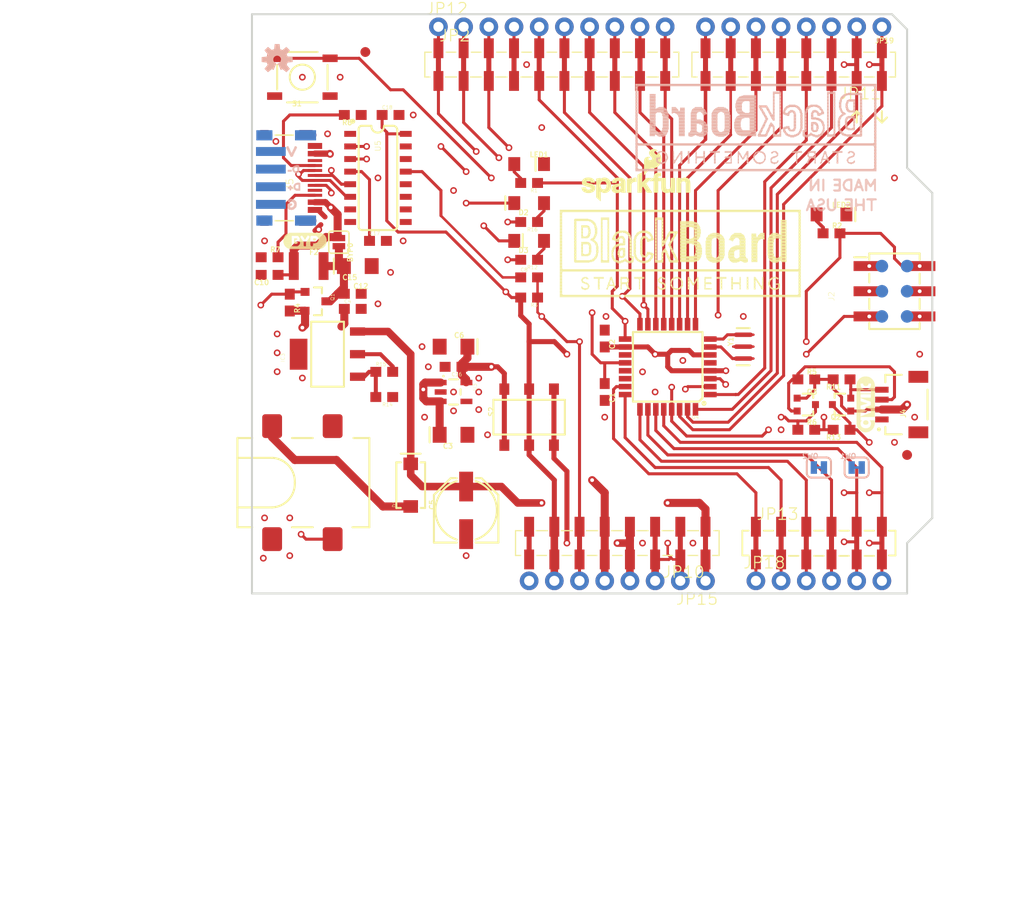
<source format=kicad_pcb>
(kicad_pcb (version 20211014) (generator pcbnew)
  (layers (0 "F.Cu" signal) (1 "In1.Cu" signal) (2 "In2.Cu" signal) (31 "B.Cu" signal) (34 "B.Paste" user) (35 "F.Paste" user) (36 "B.SilkS" user "B.Silkscreen") (37 "F.SilkS" user "F.Silkscreen") (38 "B.Mask" user) (39 "F.Mask" user) (44 "Edge.Cuts" user))
  (net 0 "")
  (net 1 "RX-I")
  (net 2 "TX-O")
  (net 3 "D2")
  (net 4 "D3")
  (net 5 "D4")
  (net 6 "D5")
  (net 7 "D6")
  (net 8 "D7")
  (net 9 "A0")
  (net 10 "A1")
  (net 11 "A2")
  (net 12 "A3")
  (net 13 "A4/SDA")
  (net 14 "A5/SCL")
  (net 15 "D8")
  (net 16 "D9")
  (net 17 "D10")
  (net 18 "MOSI")
  (net 19 "MISO")
  (net 20 "SCK")
  (net 21 "5V")
  (net 22 "GND")
  (net 23 "AREF")
  (net 24 "3.3V")
  (net 25 "VIN")
  (net 26 "N$2")
  (net 27 "PWRIN")
  (net 28 "USBVCC")
  (net 29 "VUSB")
  (net 30 "N$1")
  (net 31 "N$15")
  (net 32 "N$3")
  (net 33 "N$4")
  (net 34 "INSERT")
  (net 35 "LV_SCL")
  (net 36 "~{DTR}")
  (net 37 "N$5")
  (net 38 "N$9")
  (net 39 "VCC")
  (net 40 "SHLD")
  (net 41 "LV_SDA")
  (net 42 "D-")
  (net 43 "D+")
  (net 44 "N$6")
  (net 45 "CC2")
  (net 46 "CC1")
  (net 47 "N$7")
  (net 48 "N$45")
  (net 49 "~{RESET}")
  (footprint "boardEagle:SOT23-3" (layer "F.Cu") (at 120.5611 104.7496 -90)
    (fp_text reference "Q1")
    (fp_text value "1.1A/60V/600mΩ")
  )
  (footprint "boardEagle:SFE_LOGO_NAME_.1" (layer "F.Cu") (at 152.9461 93.1926)
    (fp_text reference "JP1" hide)
    (fp_text value "SFE_LOGO_NAME.1_INCH" hide)
  )
  (footprint "boardEagle:1210" (layer "F.Cu") (at 119.9261 101.1936)
    (fp_text reference "F2")
    (fp_text value "6V/2A" hide)
  )
  (footprint "boardEagle:PANASONIC_D" (layer "F.Cu") (at 135.8011 125.8316 90)
    (fp_text reference "C5")
    (fp_text value "47uF")
  )
  (footprint "boardEagle:0603" (layer "F.Cu") (at 149.7711 108.5036 -90)
    (fp_text reference "C2")
    (fp_text value "0.1uF")
  )
  (footprint "boardEagle:TQFP32-08" (layer "F.Cu") (at 156.1211 111.3536 180)
    (fp_text reference "U4")
    (fp_text value "ATMEGA328P_TQFP")
  )
  (footprint "boardEagle:0603" (layer "F.Cu") (at 149.7711 113.8936 -90)
    (fp_text reference "C1")
    (fp_text value "0.1uF")
  )
  (footprint "boardEagle:0603" (layer "F.Cu") (at 127.5461 111.8616)
    (fp_text reference "R15")
    (fp_text value "240")
  )
  (footprint "boardEagle:0603" (layer "F.Cu") (at 134.5311 111.3536 180)
    (fp_text reference "C16")
    (fp_text value "1.0uF")
  )
  (footprint "boardEagle:0603" (layer "F.Cu") (at 128.1811 85.9536)
    (fp_text reference "C18")
    (fp_text value "0.1uF")
  )
  (footprint "boardEagle:1X08_SMD_COMBINED@1" (layer "F.Cu") (at 177.7111 80.8736 180)
    (fp_text reference "JP11")
    (fp_text value "JP11")
  )
  (footprint "boardEagle:0603" (layer "F.Cu") (at 124.3711 103.9876)
    (fp_text reference "C12")
    (fp_text value "0.1uF" hide)
  )
  (footprint "boardEagle:STAND-OFF" (layer "F.Cu") (at 129.4511 80.8736)
    (fp_text reference "JP6" hide)
    (fp_text value "STAND-OFF" hide)
  )
  (footprint "boardEagle:0603" (layer "F.Cu") (at 115.9891 100.3046)
    (fp_text reference "R7")
    (fp_text value "5.1k")
  )
  (footprint "boardEagle:LED-1206" (layer "F.Cu") (at 142.1511 94.8436 180)
    (fp_text reference "D2")
    (fp_text value "GREEN")
  )
  (footprint "boardEagle:STAND-OFF" (layer "F.Cu") (at 180.2511 96.1136)
    (fp_text reference "JP5" hide)
    (fp_text value "STAND-OFF" hide)
  )
  (footprint "boardEagle:1X10_NO_SILK" (layer "F.Cu") (at 133.0071 77.0636)
    (fp_text reference "JP12")
    (fp_text value "M10NO_SILK")
  )
  (footprint "boardEagle:0603" (layer "F.Cu") (at 170.0911 112.6236)
    (fp_text reference "R5")
    (fp_text value "2.2k")
  )
  (footprint "boardEagle:1X10_SMD_COMBINED" (layer "F.Cu") (at 133.0071 80.8736)
    (fp_text reference "JP2")
    (fp_text value "M10SMD_COMBO")
  )
  (footprint "boardEagle:LED-1206-HIDDENSILK" (layer "F.Cu") (at 142.1511 90.9066)
    (fp_text reference "LED1")
    (fp_text value "Blue")
  )
  (footprint "boardEagle:FIDUCIAL-1X2" (layer "F.Cu") (at 180.2511 120.2436)
    (fp_text reference "JP8" hide)
    (fp_text value "FIDUCIAL1X2" hide)
  )
  (footprint "boardEagle:1X08_NO_SILK" (layer "F.Cu") (at 177.7111 77.0636 180)
    (fp_text reference "JP19")
    (fp_text value "")
  )
  (footprint "boardEagle:TACTILE_SWITCH_SMD_5.2MM" (layer "F.Cu") (at 119.2911 82.1436 180)
    (fp_text reference "S1")
    (fp_text value "Tall Switch")
  )
  (footprint "boardEagle:EIA3216" (layer "F.Cu") (at 124.8791 101.1936 180)
    (fp_text reference "C15")
    (fp_text value "10uF" hide)
  )
  (footprint "boardEagle:0603" (layer "F.Cu") (at 126.9111 98.6536)
    (fp_text reference "C17")
    (fp_text value "10nF")
  )
  (footprint "boardEagle:STAND-OFF" (layer "F.Cu") (at 128.1811 129.1336)
    (fp_text reference "JP3" hide)
    (fp_text value "STAND-OFF" hide)
  )
  (footprint "boardEagle:EIA3216" (layer "F.Cu") (at 134.5311 109.3216)
    (fp_text reference "C6")
    (fp_text value "10uF" hide)
  )
  (footprint "boardEagle:0603" (layer "F.Cu") (at 142.1511 104.3686 180)
    (fp_text reference "R3")
    (fp_text value "10k")
  )
  (footprint "boardEagle:LED-1206-HIDDENSILK" (layer "F.Cu") (at 142.1511 98.6536 180)
    (fp_text reference "D3")
    (fp_text value "YELLOW")
  )
  (footprint "boardEagle:FIDUCIAL-1X2" (layer "F.Cu") (at 125.6411 79.6036)
    (fp_text reference "JP9" hide)
    (fp_text value "FIDUCIAL1X2" hide)
  )
  (footprint "boardEagle:SOT323" (layer "F.Cu") (at 173.6471 115.1636 90)
    (fp_text reference "Q2")
    (fp_text value "310mA/60V/1.6Ω" hide)
  )
  (footprint "boardEagle:SOT323" (layer "F.Cu") (at 170.0911 115.1636 -90)
    (fp_text reference "Q3")
    (fp_text value "310mA/60V/1.6Ω")
  )
  (footprint "boardEagle:2X3_SMT_POSTS" (layer "F.Cu") (at 178.9811 103.7336 -90)
    (fp_text reference "J2")
    (fp_text value "ISP")
  )
  (footprint "boardEagle:BLACKBOARDLOGO#PNG" (layer "F.Cu") (at 157.3911 99.9236)
    (fp_text reference "U$1" hide)
    (fp_text value "" hide)
  )
  (footprint "boardEagle:STAND-OFF" (layer "F.Cu") (at 180.2511 124.0536)
    (fp_text reference "JP4" hide)
    (fp_text value "STAND-OFF" hide)
  )
  (footprint "boardEagle:1X08_NO_SILK@1" (layer "F.Cu") (at 159.9311 132.9436 180)
    (fp_text reference "JP15")
    (fp_text value "")
  )
  (footprint "boardEagle:0603" (layer "F.Cu") (at 124.3711 105.5116)
    (fp_text reference "C4")
    (fp_text value "0.1uF")
  )
  (footprint "boardEagle:SWITCH_DPDT_SMD_AYZ0202" (layer "F.Cu") (at 142.1511 116.4336)
    (fp_text reference "S2")
    (fp_text value "")
  )
  (footprint "boardEagle:BYP0" (layer "F.Cu") (at 117.2591 98.6536)
    (fp_text reference "U$68" hide)
    (fp_text value "" hide)
  )
  (footprint "boardEagle:0603" (layer "F.Cu") (at 115.9891 102.0826 180)
    (fp_text reference "C10")
    (fp_text value "0.1uF")
  )
  (footprint "boardEagle:0603" (layer "F.Cu") (at 124.3711 85.9536 180)
    (fp_text reference "R8")
    (fp_text value "5.1k")
  )
  (footprint "boardEagle:SOT23-5" (layer "F.Cu") (at 134.5311 113.8936 -90)
    (fp_text reference "U3")
    (fp_text value "AP2112-3.3V")
  )
  (footprint "boardEagle:0603" (layer "F.Cu") (at 142.1511 96.7486 180)
    (fp_text reference "R16")
    (fp_text value "4.7k")
  )
  (footprint "boardEagle:SMA-DIODE" (layer "F.Cu") (at 130.2131 123.2916 90)
    (fp_text reference "D1")
    (fp_text value "1A/40V/500mV")
  )
  (footprint "boardEagle:QWIIC_COPYRIGHT_SMALL" (layer "F.Cu") (at 176.0601 115.1636 90)
    (fp_text reference "U$9" hide)
    (fp_text value "" hide)
  )
  (footprint "boardEagle:SOT223-ALT1" (layer "F.Cu") (at 121.8311 110.0836 90)
    (fp_text reference "IC3")
    (fp_text value "LM1117")
  )
  (footprint "boardEagle:SO016" (layer "F.Cu") (at 126.9111 92.3036 -90)
    (fp_text reference "U5")
    (fp_text value "CH340C")
  )
  (footprint "boardEagle:EIA3216" (layer "F.Cu") (at 134.5311 118.2116 180)
    (fp_text reference "C3")
    (fp_text value "10uF")
  )
  (footprint "boardEagle:0603" (layer "F.Cu") (at 173.6471 112.6236 180)
    (fp_text reference "R11")
    (fp_text value "2.2k" hide)
  )
  (footprint "boardEagle:1X06_SMD_STRAIGHT_COMBO" (layer "F.Cu") (at 165.0111 129.1336)
    (fp_text reference "JP13")
    (fp_text value "")
  )
  (footprint "boardEagle:RESONATOR-SMD-3.2X1.3" (layer "F.Cu") (at 163.7411 109.3216 90)
    (fp_text reference "Y1")
    (fp_text value "16MHz")
  )
  (footprint "boardEagle:0603" (layer "F.Cu") (at 142.1511 100.5586 180)
    (fp_text reference "R12")
    (fp_text value "4.7k")
  )
  (footprint "boardEagle:0603" (layer "F.Cu") (at 127.5461 114.4016 180)
    (fp_text reference "R14")
    (fp_text value "715")
  )
  (footprint "boardEagle:USB-C-16P" (layer "F.Cu") (at 120.5611 92.3036 -90)
    (fp_text reference "J5")
    (fp_text value "USB C")
  )
  (footprint "boardEagle:0603" (layer "F.Cu") (at 142.1511 102.3366)
    (fp_text reference "C8")
    (fp_text value "0.1uF")
  )
  (footprint "boardEagle:LED-1206" (layer "F.Cu") (at 172.6311 95.9866)
    (fp_text reference "LED2")
    (fp_text value "GREEN")
  )
  (footprint "boardEagle:JST04_1MM_RA" (layer "F.Cu") (at 177.7111 115.1636 90)
    (fp_text reference "J4")
    (fp_text value "QWIIC_RIGHT_ANGLE")
  )
  (footprint "boardEagle:1X08_SMD_COMBINED@1" (layer "F.Cu") (at 159.9311 129.1336 180)
    (fp_text reference "JP10")
    (fp_text value "")
  )
  (footprint "boardEagle:CREATIVE_COMMONS" (layer "F.Cu") (at 109.1311 167.2336)
    (fp_text reference "FRAME1" hide)
    (fp_text value "FRAME-LEDGER" hide)
  )
  (footprint "boardEagle:SFE_LOGO_FLAME_.1" (layer "F.Cu") (at 154.5971 90.6526)
    (fp_text reference "JP7" hide)
    (fp_text value "SFE_LOGO_FLAME.1_INCH" hide)
  )
  (footprint "boardEagle:1X06_NO_SILK@1" (layer "F.Cu") (at 165.0111 132.9436)
    (fp_text reference "JP18")
    (fp_text value "")
  )
  (footprint "boardEagle:SMT-JUMPER_2_NO_SILK" (layer "F.Cu") (at 122.9741 98.7806 -90)
    (fp_text reference "BYP0")
    (fp_text value "JUMPER-SMT_2_NO_SILK")
  )
  (footprint "boardEagle:POWER_JACK_SMD_OVERPASTE_SUPER_BOMB_DIGITY" (layer "F.Cu") (at 116.2431 123.0376)
    (fp_text reference "J3" hide)
    (fp_text value "POWER_JACKSUPER_BOMB_DIGITY" hide)
  )
  (footprint "boardEagle:0603" (layer "F.Cu") (at 173.6471 117.7036 180)
    (fp_text reference "R13")
    (fp_text value "2.2k" hide)
  )
  (footprint "boardEagle:0603" (layer "F.Cu") (at 142.1511 92.8116 180)
    (fp_text reference "R1")
    (fp_text value "4.7k")
  )
  (footprint "boardEagle:0603" (layer "F.Cu") (at 170.0911 117.7036)
    (fp_text reference "R6")
    (fp_text value "2.2k")
  )
  (footprint "boardEagle:0603" (layer "F.Cu") (at 172.6311 97.8916)
    (fp_text reference "R2")
    (fp_text value "10k" hide)
  )
  (footprint "boardEagle:0603" (layer "F.Cu") (at 118.0211 104.8766 -90)
    (fp_text reference "R4")
    (fp_text value "10k")
  )
  (footprint "boardEagle:SMT-JUMPER_2_NC_TRACE_SILK" (layer "B.Cu") (at 171.3611 121.5136 180)
    (fp_text reference "QW2")
    (fp_text value "JUMPER-SMT_2_NC_TRACE_SILK")
  )
  (footprint "boardEagle:MADEINUSA#PNG" (layer "B.Cu") (at 173.6471 94.0816 180)
    (fp_text reference "U$4" hide)
    (fp_text value "" hide)
  )
  (footprint "boardEagle:SMT-JUMPER_2_NC_TRACE_SILK" (layer "B.Cu") (at 175.1711 121.5136 180)
    (fp_text reference "QW1")
    (fp_text value "JUMPER-SMT_2_NC_TRACE_SILK")
  )
  (footprint "boardEagle:USB-SOLDER-PADS" (layer "B.Cu") (at 116.1161 92.3036 180)
    (fp_text reference "JP14" hide)
    (fp_text value "USB_SOLDER_PADS" hide)
  )
  (footprint "boardEagle:G1" (layer "B.Cu") (at 119.6721 94.9706 180)
    (fp_text reference "U$11" hide)
    (fp_text value "" hide)
  )
  (footprint "boardEagle:D#4" (layer "B.Cu") (at 119.6721 91.4146 180)
    (fp_text reference "U$10" hide)
    (fp_text value "" hide)
  )
  (footprint "boardEagle:PAD.03X.05" (layer "B.Cu") (at 180.2511 103.7336 180)
    (fp_text reference "TP2" hide)
    (fp_text value "TP-3x5" hide)
  )
  (footprint "boardEagle:D#3" (layer "B.Cu") (at 119.7991 93.1926 180)
    (fp_text reference "U$2" hide)
    (fp_text value "" hide)
  )
  (footprint "boardEagle:PAD.03X.05" (layer "B.Cu") (at 180.2511 101.1936 180)
    (fp_text reference "TP1" hide)
    (fp_text value "TP-3x5" hide)
  )
  (footprint "boardEagle:PAD.03X.05" (layer "B.Cu") (at 177.7111 106.2736 180)
    (fp_text reference "TP6" hide)
    (fp_text value "TP-3x5" hide)
  )
  (footprint "boardEagle:PAD.03X.05" (layer "B.Cu") (at 177.7111 101.1936 180)
    (fp_text reference "TP4" hide)
    (fp_text value "TP-3x5" hide)
  )
  (footprint "boardEagle:PAD.03X.05" (layer "B.Cu") (at 180.2511 106.2736 180)
    (fp_text reference "TP3" hide)
    (fp_text value "TP-3x5" hide)
  )
  (footprint "boardEagle:PAD.03X.05" (layer "B.Cu") (at 177.7111 103.7336 180)
    (fp_text reference "TP5" hide)
    (fp_text value "TP-3x5" hide)
  )
  (footprint "boardEagle:V0" (layer "B.Cu") (at 119.6721 89.6366 180)
    (fp_text reference "U$12" hide)
    (fp_text value "" hide)
  )
  (footprint "boardEagle:BLACKBOARDLOGO#PNG" (layer "B.Cu") (at 165.0111 87.2236 180)
    (fp_text reference "U$3" hide)
    (fp_text value "" hide)
  )
  (footprint "boardEagle:OSHW-LOGO-S" (layer "B.Cu") (at 116.7511 80.3656 180)
    (fp_text reference "U$16" hide)
    (fp_text value "OSHW-LOGOS" hide)
  )
  (gr_line (start 175.1711 85.5726) (end 174.6631 86.0806) (layer "F.SilkS") (width 0.2032))
  (gr_line (start 177.7111 86.7156) (end 178.2191 86.2076) (layer "F.SilkS") (width 0.2032))
  (gr_line (start 177.2031 86.2076) (end 177.7111 86.7156) (layer "F.SilkS") (width 0.2032))
  (gr_line (start 177.7111 85.5726) (end 177.7111 86.7156) (layer "F.SilkS") (width 0.2032))
  (gr_line (start 175.6791 86.0806) (end 175.1711 85.5726) (layer "F.SilkS") (width 0.2032))
  (gr_line (start 175.1711 86.7156) (end 175.1711 85.5726) (layer "F.SilkS") (width 0.2032))
  (gr_line (start 182.7911 93.8276) (end 182.7911 126.5936) (layer "Edge.Cuts") (width 0.2032))
  (gr_line (start 182.7911 126.5936) (end 180.2511 129.1336) (layer "Edge.Cuts") (width 0.2032))
  (gr_line (start 180.2511 91.2876) (end 182.7911 93.8276) (layer "Edge.Cuts") (width 0.2032))
  (gr_line (start 180.2511 134.2136) (end 114.2111 134.2136) (layer "Edge.Cuts") (width 0.2032))
  (gr_line (start 180.2511 129.1336) (end 180.2511 134.2136) (layer "Edge.Cuts") (width 0.2032))
  (gr_line (start 178.7271 75.7936) (end 180.2511 77.3176) (layer "Edge.Cuts") (width 0.2032))
  (gr_line (start 180.2511 77.3176) (end 180.2511 91.2876) (layer "Edge.Cuts") (width 0.2032))
  (gr_line (start 114.2111 134.2136) (end 114.2111 75.7936) (layer "Edge.Cuts") (width 0.2032))
  (gr_line (start 114.2111 75.7936) (end 178.7271 75.7936) (layer "Edge.Cuts") (width 0.2032))
  (segment (start 137.5791 97.1296) (end 139.1031 98.6536) (width 0.3048) (layer "F.Cu") (net 1))
  (segment (start 177.7111 82.5236) (end 177.7111 85.0646) (width 0.3048) (layer "F.Cu") (net 1))
  (segment (start 124.1111 89.1286) (end 125.7681 89.1286) (width 0.3048) (layer "F.Cu") (net 1))
  (segment (start 167.8051 94.9706) (end 177.7111 85.0646) (width 0.3048) (layer "F.Cu") (net 1))
  (segment (start 177.7111 79.2236) (end 177.7111 77.0636) (width 0.3048) (layer "F.Cu") (net 1))
  (segment (start 158.6611 117.7036) (end 162.3441 117.7036) (width 0.3048) (layer "F.Cu") (net 1))
  (segment (start 162.3441 117.7036) (end 167.8051 112.2426) (width 0.3048) (layer "F.Cu") (net 1))
  (segment (start 139.1031 98.6536) (end 140.6511 98.6536) (width 0.3048) (layer "F.Cu") (net 1))
  (segment (start 177.7111 82.5236) (end 177.7111 82.1436) (width 0.3048) (layer "F.Cu") (net 1))
  (segment (start 157.3211 116.3636) (end 158.6611 117.7036) (width 0.3048) (layer "F.Cu") (net 1))
  (segment (start 157.3211 115.6462) (end 157.3211 116.3636) (width 0.3048) (layer "F.Cu") (net 1))
  (segment (start 177.7111 79.2236) (end 177.7111 82.1436) (width 0.254) (layer "F.Cu") (net 1))
  (segment (start 177.7111 82.1436) (end 177.7111 80.8736) (width 0.3048) (layer "F.Cu") (net 1))
  (segment (start 176.4411 80.8736) (end 177.7111 80.8736) (width 0.3048) (layer "F.Cu") (net 1))
  (segment (start 133.2611 89.1286) (end 135.8011 91.6686) (width 0.3048) (layer "F.Cu") (net 1))
  (segment (start 167.8051 112.2426) (end 167.8051 94.9706) (width 0.3048) (layer "F.Cu") (net 1))
  (via blind (at 137.5791 97.1296) (size 0.6858) (drill 0.381) (layers "F.Cu" "In1.Cu") (net 1))
  (via blind (at 133.2611 89.1286) (size 0.6858) (drill 0.381) (layers "F.Cu" "In1.Cu") (net 1))
  (via blind (at 135.8011 91.6686) (size 0.6858) (drill 0.381) (layers "F.Cu" "In1.Cu") (net 1))
  (via blind (at 176.4411 80.8736) (size 0.6858) (drill 0.381) (layers "F.Cu" "In1.Cu") (net 1))
  (via blind (at 125.7681 89.1286) (size 0.6858) (drill 0.381) (layers "F.Cu" "In1.Cu") (net 1))
  (segment (start 158.1211 116.4016) (end 158.6611 116.9416) (width 0.3048) (layer "F.Cu") (net 2))
  (segment (start 175.1711 79.2236) (end 175.1711 77.0636) (width 0.3048) (layer "F.Cu") (net 2))
  (segment (start 173.9011 80.8736) (end 175.1711 80.8736) (width 0.3048) (layer "F.Cu") (net 2))
  (segment (start 135.8011 94.8436) (end 140.6511 94.8436) (width 0.3048) (layer "F.Cu") (net 2))
  (segment (start 167.1701 93.9546) (end 175.1711 85.9536) (width 0.3048) (layer "F.Cu") (net 2))
  (segment (start 162.2171 116.9416) (end 167.1701 111.9886) (width 0.3048) (layer "F.Cu") (net 2))
  (segment (start 175.1711 79.2236) (end 175.1711 82.5236) (width 0.254) (layer "F.Cu") (net 2))
  (segment (start 158.1211 115.6462) (end 158.1211 116.4016) (width 0.3048) (layer "F.Cu") (net 2))
  (segment (start 175.1711 79.2236) (end 175.1711 80.8736) (width 0.3048) (layer "F.Cu") (net 2))
  (segment (start 167.1701 111.9886) (end 167.1701 93.9546) (width 0.3048) (layer "F.Cu") (net 2))
  (segment (start 124.1111 90.3986) (end 125.7681 90.3986) (width 0.3048) (layer "F.Cu") (net 2))
  (segment (start 158.6611 116.9416) (end 162.2171 116.9416) (width 0.3048) (layer "F.Cu") (net 2))
  (segment (start 175.1711 82.5236) (end 175.1711 85.9536) (width 0.3048) (layer "F.Cu") (net 2))
  (via blind (at 125.7681 90.3986) (size 0.6858) (drill 0.381) (layers "F.Cu" "In1.Cu") (net 2))
  (via blind (at 135.8011 94.8436) (size 0.6858) (drill 0.381) (layers "F.Cu" "In1.Cu") (net 2))
  (via blind (at 173.9011 80.8736) (size 0.6858) (drill 0.381) (layers "F.Cu" "In1.Cu") (net 2))
  (segment (start 158.9211 115.6462) (end 162.6235 115.6462) (width 0.3048) (layer "F.Cu") (net 3))
  (segment (start 162.6235 115.6462) (end 166.5351 111.7346) (width 0.3048) (layer "F.Cu") (net 3))
  (segment (start 172.6311 87.2236) (end 172.6311 82.5236) (width 0.3048) (layer "F.Cu") (net 3))
  (segment (start 166.5351 111.7346) (end 166.5351 93.3196) (width 0.3048) (layer "F.Cu") (net 3))
  (segment (start 166.5351 93.3196) (end 172.6311 87.2236) (width 0.3048) (layer "F.Cu") (net 3))
  (segment (start 172.6311 79.2236) (end 172.6311 82.5236) (width 0.254) (layer "F.Cu") (net 3))
  (segment (start 172.6311 79.2236) (end 172.6311 77.0636) (width 0.3048) (layer "F.Cu") (net 3))
  (segment (start 165.9001 111.4806) (end 165.9001 92.6846) (width 0.3048) (layer "F.Cu") (net 4))
  (segment (start 162.9731 114.1536) (end 162.9791 114.1476) (width 0.3048) (layer "F.Cu") (net 4))
  (segment (start 163.2331 114.1476) (end 165.9001 111.4806) (width 0.3048) (layer "F.Cu") (net 4))
  (segment (start 165.9001 92.6846) (end 170.0911 88.4936) (width 0.3048) (layer "F.Cu") (net 4))
  (segment (start 162.9791 114.1476) (end 163.2331 114.1476) (width 0.3048) (layer "F.Cu") (net 4))
  (segment (start 170.0911 82.5236) (end 170.0911 83.4136) (width 0.254) (layer "F.Cu") (net 4))
  (segment (start 170.0911 83.4136) (end 170.0911 88.4936) (width 0.3048) (layer "F.Cu") (net 4))
  (segment (start 170.0911 79.2236) (end 170.0911 82.1436) (width 0.254) (layer "F.Cu") (net 4))
  (segment (start 170.0911 82.1436) (end 170.0911 83.4136) (width 0.3048) (layer "F.Cu") (net 4))
  (segment (start 160.4137 114.1536) (end 162.9731 114.1536) (width 0.3048) (layer "F.Cu") (net 4))
  (segment (start 170.0911 79.2236) (end 170.0911 77.0636) (width 0.3048) (layer "F.Cu") (net 4))
  (segment (start 167.5511 87.2236) (end 167.5511 82.5236) (width 0.3048) (layer "F.Cu") (net 5))
  (segment (start 167.5511 79.2236) (end 167.5511 77.0636) (width 0.3048) (layer "F.Cu") (net 5))
  (segment (start 160.4137 113.3536) (end 158.1531 113.3536) (width 0.3048) (layer "F.Cu") (net 5))
  (segment (start 161.2011 106.1466) (end 161.2011 93.5736) (width 0.3048) (layer "F.Cu") (net 5))
  (segment (start 167.5511 79.2236) (end 167.5511 82.5236) (width 0.254) (layer "F.Cu") (net 5))
  (segment (start 161.2011 93.5736) (end 167.5511 87.2236) (width 0.3048) (layer "F.Cu") (net 5))
  (segment (start 158.1531 113.3536) (end 157.8991 113.6076) (width 0.3048) (layer "F.Cu") (net 5))
  (via blind (at 161.2011 106.1466) (size 0.6858) (drill 0.381) (layers "F.Cu" "In1.Cu") (net 5))
  (via blind (at 157.8991 113.6076) (size 0.6858) (drill 0.381) (layers "F.Cu" "In1.Cu") (net 5))
  (segment (start 165.0111 79.2236) (end 165.0111 82.5236) (width 0.254) (layer "F.Cu") (net 6))
  (segment (start 158.9211 93.5736) (end 165.0111 87.4836) (width 0.3048) (layer "F.Cu") (net 6))
  (segment (start 165.0111 79.2236) (end 165.0111 77.0636) (width 0.3048) (layer "F.Cu") (net 6))
  (segment (start 165.0111 87.4836) (end 165.0111 82.5236) (width 0.3048) (layer "F.Cu") (net 6))
  (segment (start 158.9211 107.061) (end 158.9211 93.5736) (width 0.3048) (layer "F.Cu") (net 6))
  (segment (start 158.1211 107.061) (end 158.1211 92.3036) (width 0.3048) (layer "F.Cu") (net 7))
  (segment (start 162.4711 79.2236) (end 162.4711 77.0636) (width 0.3048) (layer "F.Cu") (net 7))
  (segment (start 158.1211 92.3036) (end 162.4711 87.9536) (width 0.3048) (layer "F.Cu") (net 7))
  (segment (start 162.4711 87.9536) (end 162.4711 82.5236) (width 0.254) (layer "F.Cu") (net 7))
  (segment (start 162.4711 79.2236) (end 162.4711 82.5236) (width 0.254) (layer "F.Cu") (net 7))
  (segment (start 159.9311 82.1436) (end 159.9311 88.4236) (width 0.3556) (layer "F.Cu") (net 8))
  (segment (start 157.3211 91.0336) (end 159.9311 88.4236) (width 0.3048) (layer "F.Cu") (net 8))
  (segment (start 159.9311 79.2236) (end 159.9311 82.1436) (width 0.254) (layer "F.Cu") (net 8))
  (segment (start 157.3211 107.061) (end 157.3211 91.0336) (width 0.3048) (layer "F.Cu") (net 8))
  (segment (start 159.9311 82.5236) (end 159.9311 82.1436) (width 0.254) (layer "F.Cu") (net 8))
  (segment (start 159.9311 79.2236) (end 159.9311 77.0636) (width 0.3048) (layer "F.Cu") (net 8))
  (segment (start 150.9461 113.3536) (end 150.6601 113.6396) (width 0.3048) (layer "F.Cu") (net 9))
  (segment (start 154.2161 122.1486) (end 150.6601 118.5926) (width 0.3048) (layer "F.Cu") (net 9))
  (segment (start 165.0111 124.0536) (end 165.0111 130.7836) (width 0.3048) (layer "F.Cu") (net 9))
  (segment (start 163.1061 122.1486) (end 165.0111 124.0536) (width 0.3048) (layer "F.Cu") (net 9))
  (segment (start 151.8285 113.3536) (end 150.9461 113.3536) (width 0.3048) (layer "F.Cu") (net 9))
  (segment (start 150.6601 113.6396) (end 150.6601 118.5926) (width 0.3048) (layer "F.Cu") (net 9))
  (segment (start 165.0111 130.7836) (end 165.0111 132.9436) (width 0.3048) (layer "F.Cu") (net 9))
  (segment (start 154.2161 122.1486) (end 163.1061 122.1486) (width 0.3048) (layer "F.Cu") (net 9))
  (segment (start 165.0111 127.4836) (end 165.0111 130.7836) (width 0.254) (layer "F.Cu") (net 9))
  (segment (start 154.8511 121.5136) (end 166.2811 121.5136) (width 0.3048) (layer "F.Cu") (net 10))
  (segment (start 167.5511 130.7836) (end 167.5511 132.9436) (width 0.3048) (layer "F.Cu") (net 10))
  (segment (start 167.5511 127.4836) (end 167.5511 130.7836) (width 0.254) (layer "F.Cu") (net 10))
  (segment (start 167.5511 122.7836) (end 167.5511 127.4836) (width 0.3048) (layer "F.Cu") (net 10))
  (segment (start 151.8285 118.491) (end 151.8285 114.1536) (width 0.3048) (layer "F.Cu") (net 10))
  (segment (start 166.2811 121.5136) (end 167.5511 122.7836) (width 0.3048) (layer "F.Cu") (net 10))
  (segment (start 151.8285 118.491) (end 154.8511 121.5136) (width 0.3048) (layer "F.Cu") (net 10))
  (segment (start 168.1861 120.8786) (end 170.0911 122.7836) (width 0.3048) (layer "F.Cu") (net 11))
  (segment (start 170.0911 130.7836) (end 170.0911 132.9436) (width 0.3048) (layer "F.Cu") (net 11))
  (segment (start 170.0911 127.4836) (end 170.0911 130.4036) (width 0.254) (layer "F.Cu") (net 11))
  (segment (start 170.0911 130.4036) (end 170.0911 130.7836) (width 0.3048) (layer "F.Cu") (net 11))
  (segment (start 170.0911 122.7836) (end 170.0911 130.4036) (width 0.3048) (layer "F.Cu") (net 11))
  (segment (start 153.3211 118.7136) (end 153.3211 115.6462) (width 0.3048) (layer "F.Cu") (net 11))
  (segment (start 155.4861 120.8786) (end 168.1861 120.8786) (width 0.3048) (layer "F.Cu") (net 11))
  (segment (start 155.4861 120.8786) (end 153.3211 118.7136) (width 0.3048) (layer "F.Cu") (net 11))
  (segment (start 156.1211 120.2436) (end 170.0911 120.2436) (width 0.3048) (layer "F.Cu") (net 12))
  (segment (start 172.6311 122.7836) (end 172.6311 127.4836) (width 0.3048) (layer "F.Cu") (net 12))
  (segment (start 156.1211 120.2436) (end 154.1211 118.2436) (width 0.3048) (layer "F.Cu") (net 12))
  (segment (start 154.1211 118.2436) (end 154.1211 115.6462) (width 0.3048) (layer "F.Cu") (net 12))
  (segment (start 172.6311 127.4836) (end 172.6311 130.7836) (width 0.254) (layer "F.Cu") (net 12))
  (segment (start 172.6311 130.7836) (end 172.6311 132.9436) (width 0.3048) (layer "F.Cu") (net 12))
  (segment (start 170.0911 120.2436) (end 172.6311 122.7836) (width 0.3048) (layer "F.Cu") (net 12))
  (segment (start 173.2661 119.6086) (end 175.1711 121.5136) (width 0.3048) (layer "F.Cu") (net 13))
  (segment (start 135.5471 79.2236) (end 135.5471 82.5236) (width 0.254) (layer "F.Cu") (net 13))
  (segment (start 175.1711 130.7836) (end 175.1711 132.9436) (width 0.3048) (layer "F.Cu") (net 13))
  (segment (start 175.1711 127.4836) (end 175.1711 129.0066) (width 0.254) (layer "F.Cu") (net 13))
  (segment (start 154.9211 117.7736) (end 154.9211 115.6462) (width 0.3048) (layer "F.Cu") (net 13))
  (segment (start 173.9011 129.0066) (end 175.1711 129.0066) (width 0.3048) (layer "F.Cu") (net 13))
  (segment (start 175.1711 124.0536) (end 175.1711 129.0066) (width 0.3048) (layer "F.Cu") (net 13))
  (segment (start 135.5471 86.7156) (end 139.1031 90.2716) (width 0.3048) (layer "F.Cu") (net 13))
  (segment (start 156.7561 119.6086) (end 154.9211 117.7736) (width 0.3048) (layer "F.Cu") (net 13))
  (segment (start 173.9011 124.0536) (end 175.1711 124.0536) (width 0.3048) (layer "F.Cu") (net 13))
  (segment (start 135.5471 77.0636) (end 135.5471 79.2236) (width 0.3048) (layer "F.Cu") (net 13))
  (segment (start 175.1711 129.0066) (end 175.1711 130.7836) (width 0.3048) (layer "F.Cu") (net 13))
  (segment (start 175.1711 121.5136) (end 175.1711 124.0536) (width 0.3048) (layer "F.Cu") (net 13))
  (segment (start 135.5471 82.5236) (end 135.5471 86.7156) (width 0.3048) (layer "F.Cu") (net 13))
  (segment (start 156.7561 119.6086) (end 173.2661 119.6086) (width 0.3048) (layer "F.Cu") (net 13))
  (via blind (at 173.9011 129.0066) (size 0.6858) (drill 0.381) (layers "F.Cu" "In1.Cu") (net 13))
  (via blind (at 173.9011 124.0536) (size 0.6858) (drill 0.381) (layers "F.Cu" "In1.Cu") (net 13))
  (via blind (at 139.1031 90.2716) (size 0.6858) (drill 0.381) (layers "F.Cu" "In1.Cu") (net 13))
  (via blind (at 167.5511 117.7036) (size 0.6858) (drill 0.381) (layers "F.Cu" "In1.Cu") (net 13))
  (segment (start 157.3911 118.9736) (end 175.1711 118.9736) (width 0.3048) (layer "F.Cu") (net 14))
  (segment (start 133.0071 79.2236) (end 133.0071 79.6036) (width 0.254) (layer "F.Cu") (net 14))
  (segment (start 133.0071 77.0636) (end 133.0071 79.6036) (width 0.3048) (layer "F.Cu") (net 14))
  (segment (start 133.0071 85.8266) (end 136.8171 89.6366) (width 0.3048) (layer "F.Cu") (net 14))
  (segment (start 155.7211 117.3036) (end 157.3911 118.9736) (width 0.3048) (layer "F.Cu") (net 14))
  (segment (start 177.7111 124.0536) (end 177.7111 127.4836) (width 0.3048) (layer "F.Cu") (net 14))
  (segment (start 177.7111 130.7836) (end 177.7111 132.9436) (width 0.3048) (layer "F.Cu") (net 14))
  (segment (start 155.7211 117.3036) (end 155.7211 115.6462) (width 0.3048) (layer "F.Cu") (net 14))
  (segment (start 133.0071 82.5236) (end 133.0071 85.8266) (width 0.3048) (layer "F.Cu") (net 14))
  (segment (start 177.7111 129.1336) (end 177.7111 130.7836) (width 0.254) (layer "F.Cu") (net 14))
  (segment (start 176.4411 124.0536) (end 177.7111 124.0536) (width 0.3048) (layer "F.Cu") (net 14))
  (segment (start 176.4411 129.1336) (end 177.7111 129.1336) (width 0.3048) (layer "F.Cu") (net 14))
  (segment (start 175.1711 118.9736) (end 177.7111 121.5136) (width 0.3048) (layer "F.Cu") (net 14))
  (segment (start 177.7111 121.5136) (end 177.7111 124.0536) (width 0.3048) (layer "F.Cu") (net 14))
  (segment (start 133.0071 79.6036) (end 133.0071 82.5236) (width 0.254) (layer "F.Cu") (net 14))
  (segment (start 177.7111 129.1336) (end 177.7111 127.4836) (width 0.3048) (layer "F.Cu") (net 14))
  (via blind (at 176.4411 129.1336) (size 0.6858) (drill 0.381) (layers "F.Cu" "In1.Cu") (net 14))
  (via blind (at 176.4411 124.0536) (size 0.6858) (drill 0.381) (layers "F.Cu" "In1.Cu") (net 14))
  (via blind (at 136.8171 89.6366) (size 0.6858) (drill 0.381) (layers "F.Cu" "In1.Cu") (net 14))
  (segment (start 155.8671 85.6996) (end 155.8671 82.5236) (width 0.3048) (layer "F.Cu") (net 15))
  (segment (start 156.5211 107.061) (end 156.5211 86.3536) (width 0.3048) (layer "F.Cu") (net 15))
  (segment (start 156.5211 86.3536) (end 155.8671 85.6996) (width 0.3048) (layer "F.Cu") (net 15))
  (segment (start 155.8671 79.2236) (end 155.8671 77.0636) (width 0.3048) (layer "F.Cu") (net 15))
  (segment (start 155.8671 79.2236) (end 155.8671 82.5236) (width 0.254) (layer "F.Cu") (net 15))
  (segment (start 153.3271 79.2236) (end 153.3271 82.5236) (width 0.254) (layer "F.Cu") (net 16))
  (segment (start 155.7211 107.061) (end 155.7211 88.0936) (width 0.3048) (layer "F.Cu") (net 16))
  (segment (start 153.3271 79.2236) (end 153.3271 77.0636) (width 0.3048) (layer "F.Cu") (net 16))
  (segment (start 153.3271 82.5236) (end 153.3271 85.6996) (width 0.3048) (layer "F.Cu") (net 16))
  (segment (start 155.7211 88.0936) (end 153.3271 85.6996) (width 0.3048) (layer "F.Cu") (net 16))
  (segment (start 150.7871 82.5236) (end 150.7871 85.6996) (width 0.3048) (layer "F.Cu") (net 17))
  (segment (start 154.9211 107.061) (end 154.9211 89.8336) (width 0.3048) (layer "F.Cu") (net 17))
  (segment (start 154.9211 89.8336) (end 150.7871 85.6996) (width 0.3048) (layer "F.Cu") (net 17))
  (segment (start 150.7871 79.2236) (end 150.7871 82.5236) (width 0.254) (layer "F.Cu") (net 17))
  (segment (start 150.7871 79.2236) (end 150.7871 77.0636) (width 0.3048) (layer "F.Cu") (net 17))
  (segment (start 148.2471 79.2236) (end 148.2471 82.5236) (width 0.254) (layer "F.Cu") (net 18))
  (segment (start 148.2471 85.6996) (end 153.7081 91.1606) (width 0.3048) (layer "F.Cu") (net 18))
  (segment (start 154.1211 105.5436) (end 153.7081 105.1306) (width 0.3048) (layer "F.Cu") (net 18))
  (segment (start 148.2471 82.5236) (end 148.2471 85.6996) (width 0.3048) (layer "F.Cu") (net 18))
  (segment (start 148.2471 79.2236) (end 148.2471 77.0636) (width 0.3048) (layer "F.Cu") (net 18))
  (segment (start 154.1211 107.061) (end 154.1211 105.5436) (width 0.3048) (layer "F.Cu") (net 18))
  (segment (start 153.7081 105.1306) (end 153.7081 91.1606) (width 0.3048) (layer "F.Cu") (net 18))
  (via blind (at 153.7081 105.1306) (size 0.6858) (drill 0.381) (layers "F.Cu" "In1.Cu") (net 18))
  (via blind (at 181.5211 103.7336) (size 0.508) (drill 0.381) (layers "F.Cu" "In1.Cu") (net 18))
  (segment (start 145.7071 79.2236) (end 145.7071 77.0636) (width 0.3048) (layer "F.Cu") (net 19))
  (segment (start 145.7071 82.5236) (end 145.7071 85.6996) (width 0.3048) (layer "F.Cu") (net 19))
  (segment (start 153.3211 106.0136) (end 151.5491 104.2416) (width 0.3048) (layer "F.Cu") (net 19))
  (segment (start 145.7071 85.6996) (end 152.3111 92.3036) (width 0.3048) (layer "F.Cu") (net 19))
  (segment (start 145.7071 79.2236) (end 145.7071 82.5236) (width 0.254) (layer "F.Cu") (net 19))
  (segment (start 153.3211 107.061) (end 153.3211 106.0136) (width 0.3048) (layer "F.Cu") (net 19))
  (segment (start 152.3111 92.3036) (end 152.3111 103.4796) (width 0.3048) (layer "F.Cu") (net 19))
  (segment (start 152.3111 103.4796) (end 151.5491 104.2416) (width 0.3048) (layer "F.Cu") (net 19))
  (via blind (at 151.5491 104.2416) (size 0.6858) (drill 0.381) (layers "F.Cu" "In1.Cu") (net 19))
  (via blind (at 176.4411 101.1936) (size 0.508) (drill 0.381) (layers "F.Cu" "In1.Cu") (net 19))
  (segment (start 143.1671 84.4296) (end 151.0411 92.3036) (width 0.3048) (layer "F.Cu") (net 20))
  (segment (start 151.0411 103.2256) (end 150.5331 103.7336) (width 0.3048) (layer "F.Cu") (net 20))
  (segment (start 143.1671 82.5236) (end 143.1671 79.2236) (width 0.254) (layer "F.Cu") (net 20))
  (segment (start 150.5331 105.4608) (end 151.8285 106.7562) (width 0.3048) (layer "F.Cu") (net 20))
  (segment (start 150.5331 103.7336) (end 150.5331 105.4608) (width 0.3048) (layer "F.Cu") (net 20))
  (segment (start 151.8285 108.5536) (end 151.8285 106.7562) (width 0.3048) (layer "F.Cu") (net 20))
  (segment (start 143.1671 79.2236) (end 143.1671 77.0636) (width 0.3048) (layer "F.Cu") (net 20))
  (segment (start 143.1671 82.5236) (end 143.1671 84.4296) (width 0.3048) (layer "F.Cu") (net 20))
  (segment (start 143.0011 92.8116) (end 151.0411 92.8116) (width 0.3048) (layer "F.Cu") (net 20))
  (segment (start 151.0411 92.3036) (end 151.0411 92.8116) (width 0.3048) (layer "F.Cu") (net 20))
  (segment (start 151.0411 92.8116) (end 151.0411 103.2256) (width 0.3048) (layer "F.Cu") (net 20))
  (via blind (at 176.4411 103.7336) (size 0.508) (drill 0.381) (layers "F.Cu" "In1.Cu") (net 20))
  (via blind (at 151.8285 106.7562) (size 0.6858) (drill 0.381) (layers "F.Cu" "In1.Cu") (net 20))
  (segment (start 152.3111 130.7836) (end 152.3111 132.9436) (width 0.762) (layer "F.Cu") (net 21))
  (segment (start 131.4831 114.5286) (end 131.4831 113.6396) (width 0.8128) (layer "F.Cu") (net 21))
  (segment (start 119.5611 105.6996) (end 118.0481 105.6996) (width 0.8128) (layer "F.Cu") (net 21))
  (segment (start 152.3111 127.4836) (end 152.3111 129.6416) (width 0.3048) (layer "F.Cu") (net 21))
  (segment (start 123.5211 106.9966) (end 123.2281 107.2896) (width 0.8128) (layer "F.Cu") (net 21))
  (segment (start 133.1311 114.9435) (end 133.231 114.8436) (width 0.508) (layer "F.Cu") (net 21))
  (segment (start 128.3961 111.3146) (end 127.1651 110.0836) (width 0.4064) (layer "F.Cu") (net 21))
  (segment (start 133.231 112.9436) (end 131.6711 112.9436) (width 0.8128) (layer "F.Cu") (net 21))
  (segment (start 145.9611 129.1336) (end 145.9611 121.8946) (width 0.508) (layer "F.Cu") (net 21))
  (segment (start 151.0411 129.1336) (end 152.0571 129.1336) (width 0.762) (layer "F.Cu") (net 21))
  (segment (start 118.0481 105.6996) (end 118.0211 105.7266) (width 0.8128) (layer "F.Cu") (net 21))
  (segment (start 119.5611 105.6996) (end 119.5611 107.1346) (width 0.8128) (layer "F.Cu") (net 21))
  (segment (start 131.6711 112.9436) (end 131.4831 113.1316) (width 0.8128) (layer "F.Cu") (net 21))
  (segment (start 133.231 114.8436) (end 131.7981 114.8436) (width 0.8128) (layer "F.Cu") (net 21))
  (segment (start 144.6511 119.2586) (end 144.6511 113.6086) (width 0.508) (layer "F.Cu") (net 21))
  (segment (start 131.4831 113.1316) (end 131.4831 113.6396) (width 0.8128) (layer "F.Cu") (net 21))
  (segment (start 133.1311 118.2116) (end 133.1311 114.9435) (width 0.8128) (layer "F.Cu") (net 21))
  (segment (start 123.5211 105.5116) (end 123.5211 106.9966) (width 0.8128) (layer "F.Cu") (net 21))
  (segment (start 145.9611 121.8946) (end 144.6511 120.5846) (width 0.508) (layer "F.Cu") (net 21))
  (segment (start 127.1651 110.0836) (end 124.8511 110.0836) (width 0.4064) (layer "F.Cu") (net 21))
  (segment (start 152.0571 129.1336) (end 152.3111 128.8796) (width 0.762) (layer "F.Cu") (net 21))
  (segment (start 128.3961 111.8616) (end 128.3961 111.3146) (width 0.4064) (layer "F.Cu") (net 21))
  (segment (start 152.3111 128.8796) (end 152.3111 129.6416) (width 0.8128) (layer "F.Cu") (net 21))
  (segment (start 152.3111 129.6416) (end 152.3111 130.7836) (width 0.8128) (layer "F.Cu") (net 21))
  (segment (start 119.5611 107.1346) (end 119.2911 107.4046) (width 0.8128) (layer "F.Cu") (net 21))
  (segment (start 131.7981 114.8436) (end 131.4831 114.5286) (width 0.8128) (layer "F.Cu") (net 21))
  (segment (start 152.3111 127.4836) (end 152.3111 128.8796) (width 0.8128) (layer "F.Cu") (net 21))
  (segment (start 144.6511 120.5846) (end 144.6511 119.2586) (width 0.508) (layer "F.Cu") (net 21))
  (via blind (at 131.4831 113.6396) (size 0.6858) (drill 0.381) (layers "F.Cu" "In1.Cu") (net 21))
  (via blind (at 119.2911 112.4846) (size 0.6858) (drill 0.381) (layers "F.Cu" "In1.Cu") (net 21))
  (via blind (at 116.7511 108.0396) (size 0.6858) (drill 0.381) (layers "F.Cu" "In1.Cu") (net 21))
  (via blind (at 116.7511 109.9446) (size 0.6858) (drill 0.381) (layers "F.Cu" "In1.Cu") (net 21))
  (via blind (at 151.0411 129.1336) (size 0.6858) (drill 0.381) (layers "F.Cu" "In1.Cu") (net 21))
  (via blind (at 145.9611 129.1336) (size 0.6858) (drill 0.381) (layers "F.Cu" "In1.Cu") (net 21))
  (via blind (at 116.7511 111.8496) (size 0.6858) (drill 0.381) (layers "F.Cu" "In1.Cu") (net 21))
  (via blind (at 119.2911 107.4046) (size 0.6858) (drill 0.381) (layers "F.Cu" "In1.Cu") (net 21))
  (segment (start 161.3851 112.5536) (end 161.9631 113.1316) (width 0.3048) (layer "F.Cu") (net 22))
  (segment (start 121.1533 97.020088) (end 120.5611 97.612288) (width 0.508) (layer "F.Cu") (net 22))
  (segment (start 154.8511 130.7836) (end 154.8511 132.9436) (width 0.762) (layer "F.Cu") (net 22))
  (segment (start 156.1211 130.2766) (end 156.4386 130.5941) (width 0.254) (layer "F.Cu") (net 22))
  (segment (start 156.6281 130.7836) (end 157.3911 130.7836) (width 0.254) (layer "F.Cu") (net 22))
  (segment (start 156.1211 130.2766) (end 156.1211 129.1336) (width 0.254) (layer "F.Cu") (net 22))
  (segment (start 120.8651 95.5286) (end 121.5771 96.2406) (width 0.508) (layer "F.Cu") (net 22))
  (segment (start 154.8511 130.7836) (end 156.2491 130.7836) (width 0.3048) (layer "F.Cu") (net 22))
  (segment (start 140.6271 79.2236) (end 140.6271 77.0636) (width 0.3048) (layer "F.Cu") (net 22))
  (segment (start 156.4386 130.5941) (end 156.6281 130.7836) (width 0.254) (layer "F.Cu") (net 22))
  (segment (start 157.3911 130.7836) (end 157.3911 132.9436) (width 0.762) (layer "F.Cu") (net 22))
  (segment (start 160.4137 112.5536) (end 161.3851 112.5536) (width 0.3048) (layer "F.Cu") (net 22))
  (segment (start 156.2491 130.7836) (end 156.4386 130.5941) (width 0.3048) (layer "F.Cu") (net 22))
  (via blind (at 118.0211 130.4036) (size 0.6858) (drill 0.381) (layers "F.Cu" "In1.Cu") (net 22))
  (via blind (at 129.4511 98.6536) (size 0.6858) (drill 0.381) (layers "F.Cu" "In1.Cu") (net 22))
  (via blind (at 141.8971 80.8736) (size 0.6858) (drill 0.381) (layers "F.Cu" "In1.Cu") (net 22))
  (via blind (at 135.8011 130.4036) (size 0.6858) (drill 0.381) (layers "F.Cu" "In1.Cu") (net 22))
  (via blind (at 154.8511 113.8936) (size 0.6858) (drill 0.381) (layers "F.Cu" "In1.Cu") (net 22))
  (via blind (at 178.9811 118.9736) (size 0.6858) (drill 0.381) (layers "F.Cu" "In1.Cu") (net 22))
  (via blind (at 178.9811 92.3036) (size 0.6858) (drill 0.381) (layers "F.Cu" "In1.Cu") (net 22))
  (via blind (at 131.9911 111.3536) (size 0.6858) (drill 0.381) (layers "F.Cu" "In1.Cu") (net 22))
  (via blind (at 137.0711 112.4966) (size 0.6858) (drill 0.381) (layers "F.Cu" "In1.Cu") (net 22))
  (via blind (at 115.4811 126.5936) (size 0.6858) (drill 0.381) (layers "F.Cu" "In1.Cu") (net 22))
  (via blind (at 161.9631 113.1316) (size 0.6858) (drill 0.381) (layers "F.Cu" "In1.Cu") (net 22))
  (via blind (at 158.6611 129.1336) (size 0.6858) (drill 0.381) (layers "F.Cu" "In1.Cu") (net 22))
  (via blind (at 121.8311 87.8586) (size 0.6858) (drill 0.381) (layers "F.Cu" "In1.Cu") (net 22))
  (via blind (at 153.5811 129.1336) (size 0.6858) (drill 0.381) (layers "F.Cu" "In1.Cu") (net 22))
  (via blind (at 143.4211 87.2236) (size 0.6858) (drill 0.381) (layers "F.Cu" "In1.Cu") (net 22))
  (via blind (at 123.1011 82.1436) (size 0.6858) (drill 0.381) (layers "F.Cu" "In1.Cu") (net 22))
  (via blind (at 130.4671 85.9536) (size 0.6858) (drill 0.381) (layers "F.Cu" "In1.Cu") (net 22))
  (via blind (at 131.3561 109.3216) (size 0.6858) (drill 0.381) (layers "F.Cu" "In1.Cu") (net 22))
  (via blind (at 157.6451 110.7186) (size 0.6858) (drill 0.381) (layers "F.Cu" "In1.Cu") (net 22))
  (via blind (at 163.7411 106.2736) (size 0.6858) (drill 0.381) (layers "F.Cu" "In1.Cu") (net 22))
  (via blind (at 137.0711 115.6716) (size 0.6858) (drill 0.381) (layers "F.Cu" "In1.Cu") (net 22))
  (via blind (at 115.4811 98.6536) (size 0.6858) (drill 0.381) (layers "F.Cu" "In1.Cu") (net 22))
  (via blind (at 181.5211 110.0836) (size 0.6858) (drill 0.381) (layers "F.Cu" "In1.Cu") (net 22))
  (via blind (at 153.5811 111.8616) (size 0.6858) (drill 0.381) (layers "F.Cu" "In1.Cu") (net 22))
  (via blind (at 119.2911 82.1436) (size 0.6858) (drill 0.381) (layers "F.Cu" "In1.Cu") (net 22))
  (via blind (at 149.7711 116.4336) (size 0.6858) (drill 0.381) (layers "F.Cu" "In1.Cu") (net 22))
  (via blind (at 156.1211 129.1336) (size 0.6858) (drill 0.381) (layers "F.Cu" "In1.Cu") (net 22))
  (via blind (at 134.5311 115.7986) (size 0.6858) (drill 0.381) (layers "F.Cu" "In1.Cu") (net 22))
  (via blind (at 120.9421 97.5106) (size 0.6858) (drill 0.381) (layers "F.Cu" "In1.Cu") (net 22))
  (via blind (at 181.5211 106.2736) (size 0.508) (drill 0.381) (layers "F.Cu" "In1.Cu") (net 22))
  (via blind (at 115.3541 130.6576) (size 0.6858) (drill 0.381) (layers "F.Cu" "In1.Cu") (net 22))
  (via blind (at 134.5311 93.5736) (size 0.6858) (drill 0.381) (layers "F.Cu" "In1.Cu") (net 22))
  (via blind (at 134.5311 113.8936) (size 0.6858) (drill 0.381) (layers "F.Cu" "In1.Cu") (net 22))
  (via blind (at 126.9111 105.0036) (size 0.6858) (drill 0.381) (layers "F.Cu" "In1.Cu") (net 22))
  (via blind (at 128.1811 101.8286) (size 0.6858) (drill 0.381) (layers "F.Cu" "In1.Cu") (net 22))
  (via blind (at 137.0711 113.8936) (size 0.6858) (drill 0.381) (layers "F.Cu" "In1.Cu") (net 22))
  (via blind (at 149.8981 106.2736) (size 0.6858) (drill 0.381) (layers "F.Cu" "In1.Cu") (net 22))
  (via blind (at 131.6101 116.4336) (size 0.6858) (drill 0.381) (layers "F.Cu" "In1.Cu") (net 22))
  (via blind (at 118.0211 126.5936) (size 0.6858) (drill 0.381) (layers "F.Cu" "In1.Cu") (net 22))
  (via blind (at 137.9601 118.2116) (size 0.6858) (drill 0.381) (layers "F.Cu" "In1.Cu") (net 22))
  (via blind (at 181.0131 116.4336) (size 0.6858) (drill 0.381) (layers "F.Cu" "In1.Cu") (net 22))
  (via blind (at 126.9111 92.3036) (size 0.6858) (drill 0.381) (layers "F.Cu" "In1.Cu") (net 22))
  (segment (start 149.7711 113.0436) (end 149.7711 110.9536) (width 0.3048) (layer "F.Cu") (net 23))
  (segment (start 138.0871 82.5236) (end 138.0871 87.2236) (width 0.3048) (layer "F.Cu") (net 23))
  (segment (start 149.3711 110.9536) (end 149.7711 110.9536) (width 0.3048) (layer "F.Cu") (net 23))
  (segment (start 148.5011 110.0836) (end 149.3711 110.9536) (width 0.3048) (layer "F.Cu") (net 23))
  (segment (start 138.0871 87.2236) (end 140.1191 89.2556) (width 0.3048) (layer "F.Cu") (net 23))
  (segment (start 138.0871 79.2236) (end 138.0871 82.5236) (width 0.254) (layer "F.Cu") (net 23))
  (segment (start 149.7711 110.9536) (end 151.8285 110.9536) (width 0.3048) (layer "F.Cu") (net 23))
  (segment (start 138.0871 79.2236) (end 138.0871 77.0636) (width 0.3048) (layer "F.Cu") (net 23))
  (segment (start 148.5011 110.0836) (end 148.5011 105.8926) (width 0.3048) (layer "F.Cu") (net 23))
  (via blind (at 140.1191 89.2556) (size 0.6858) (drill 0.381) (layers "F.Cu" "In1.Cu") (net 23))
  (via blind (at 148.5011 105.8926) (size 0.6858) (drill 0.381) (layers "F.Cu" "In1.Cu") (net 23))
  (segment (start 170.9411 112.6236) (end 170.9411 113.6786) (width 0.3048) (layer "F.Cu") (net 24))
  (segment (start 149.7711 127.4836) (end 149.7711 130.7836) (width 0.254) (layer "F.Cu") (net 24))
  (segment (start 177.7111 115.6636) (end 176.1951 115.6636) (width 0.3048) (layer "F.Cu") (net 24))
  (segment (start 173.6471 115.2906) (end 173.6471 114.4016) (width 0.3048) (layer "F.Cu") (net 24))
  (segment (start 170.9411 112.6236) (end 172.7971 112.6236) (width 0.3048) (layer "F.Cu") (net 24))
  (segment (start 177.7111 115.6636) (end 179.7511 115.6636) (width 0.8128) (layer "F.Cu") (net 24))
  (segment (start 179.7511 115.6636) (end 180.2511 115.1636) (width 0.8128) (layer "F.Cu") (net 24))
  (segment (start 173.6471 114.4016) (end 172.7971 113.5516) (width 0.3048) (layer "F.Cu") (net 24))
  (segment (start 138.3411 111.3536) (end 138.9761 111.3536) (width 0.508) (layer "F.Cu") (net 24))
  (segment (start 149.7711 130.7836) (end 149.7711 132.9436) (width 0.762) (layer "F.Cu") (net 24))
  (segment (start 149.7711 130.7836) (end 149.7711 124.0536) (width 0.8128) (layer "F.Cu") (net 24))
  (segment (start 172.7971 112.6236) (end 172.7971 113.5516) (width 0.3048) (layer "F.Cu") (net 24))
  (segment (start 169.1661 114.5136) (end 170.1061 114.5136) (width 0.3048) (layer "F.Cu") (net 24))
  (segment (start 174.1701 115.8136) (end 173.6471 115.2906) (width 0.3048) (layer "F.Cu") (net 24))
  (segment (start 170.1061 114.5136) (end 170.9411 113.6786) (width 0.3048) (layer "F.Cu") (net 24))
  (segment (start 139.6511 112.0286) (end 139.6511 113.6086) (width 0.508) (layer "F.Cu") (net 24))
  (segment (start 176.1951 115.6636) (end 176.0451 115.8136) (width 0.3048) (layer "F.Cu") (net 24))
  (segment (start 135.3811 111.3536) (end 135.3811 112.2036) (width 0.8128) (layer "F.Cu") (net 24))
  (segment (start 135.9311 110.4616) (end 135.3811 111.0116) (width 0.8128) (layer "F.Cu") (net 24))
  (segment (start 135.8011 112.9135) (end 135.8312 112.9436) (width 0.508) (layer "F.Cu") (net 24))
  (segment (start 138.9761 111.3536) (end 139.6511 112.0286) (width 0.508) (layer "F.Cu") (net 24))
  (segment (start 174.5721 115.8136) (end 174.1701 115.8136) (width 0.3048) (layer "F.Cu") (net 24))
  (segment (start 135.9311 109.3216) (end 135.9311 110.4616) (width 0.8128) (layer "F.Cu") (net 24))
  (segment (start 174.5721 115.8136) (end 176.0451 115.8136) (width 0.3048) (layer "F.Cu") (net 24))
  (segment (start 139.6511 113.6086) (end 139.6511 119.2586) (width 0.508) (layer "F.Cu") (net 24))
  (segment (start 135.3811 111.3536) (end 138.3411 111.3536) (width 0.8128) (layer "F.Cu") (net 24))
  (segment (start 135.8011 112.6236) (end 135.8011 112.9135) (width 0.8128) (layer "F.Cu") (net 24))
  (segment (start 135.3811 112.2036) (end 135.8011 112.6236) (width 0.8128) (layer "F.Cu") (net 24))
  (segment (start 148.5011 122.7836) (end 149.7711 124.0536) (width 0.8128) (layer "F.Cu") (net 24))
  (segment (start 135.3811 111.3536) (end 135.3811 111.0116) (width 0.8128) (layer "F.Cu") (net 24))
  (via blind (at 180.2511 115.1636) (size 0.6858) (drill 0.381) (layers "F.Cu" "In1.Cu") (net 24))
  (via blind (at 148.5011 122.7836) (size 0.6858) (drill 0.381) (layers "F.Cu" "In1.Cu") (net 24))
  (via blind (at 138.3411 111.3536) (size 0.6858) (drill 0.381) (layers "F.Cu" "In1.Cu") (net 24))
  (segment (start 131.3691 123.4316) (end 130.2131 122.2756) (width 0.762) (layer "F.Cu") (net 25))
  (segment (start 143.4081 125.0826) (end 141.0031 125.0826) (width 0.762) (layer "F.Cu") (net 25))
  (segment (start 139.3521 123.4316) (end 141.0031 125.0826) (width 0.762) (layer "F.Cu") (net 25))
  (segment (start 130.2131 122.2756) (end 130.2131 121.1416) (width 0.762) (layer "F.Cu") (net 25))
  (segment (start 159.9311 130.7836) (end 159.9311 127.4836) (width 0.3048) (layer "F.Cu") (net 25))
  (segment (start 159.9311 125.7046) (end 159.9311 127.4836) (width 0.8128) (layer "F.Cu") (net 25))
  (segment (start 135.8011 123.4316) (end 131.3691 123.4316) (width 0.762) (layer "F.Cu") (net 25))
  (segment (start 135.8011 123.4316) (end 139.3521 123.4316) (width 0.762) (layer "F.Cu") (net 25))
  (segment (start 159.3091 125.0826) (end 159.9311 125.7046) (width 0.8128) (layer "F.Cu") (net 25))
  (segment (start 130.2131 121.1416) (end 130.2131 110.0786) (width 0.762) (layer "F.Cu") (net 25))
  (segment (start 159.3091 125.0826) (end 156.1081 125.0826) (width 0.8128) (layer "F.Cu") (net 25))
  (segment (start 159.9311 130.7836) (end 159.9311 132.9436) (width 0.762) (layer "F.Cu") (net 25))
  (segment (start 124.8511 107.7951) (end 127.9296 107.7951) (width 0.762) (layer "F.Cu") (net 25))
  (segment (start 130.2131 110.0786) (end 127.9296 107.7951) (width 0.762) (layer "F.Cu") (net 25))
  (via blind (at 143.4081 125.0826) (size 0.6858) (drill 0.381) (layers "F.Cu" "In1.Cu") (net 25))
  (via blind (at 156.1081 125.0826) (size 0.6858) (drill 0.381) (layers "F.Cu" "In1.Cu") (net 25))
  (segment (start 171.7811 97.8916) (end 171.7811 97.2956) (width 0.3556) (layer "F.Cu") (net 26))
  (segment (start 171.1311 95.9866) (end 171.1311 96.6456) (width 0.3556) (layer "F.Cu") (net 26))
  (segment (start 171.1311 96.6456) (end 171.7811 97.2956) (width 0.3556) (layer "F.Cu") (net 26))
  (segment (start 116.2431 117.3376) (end 116.2431 118.4656) (width 0.8128) (layer "F.Cu") (net 27))
  (segment (start 122.7201 120.7516) (end 118.5291 120.7516) (width 0.8128) (layer "F.Cu") (net 27))
  (segment (start 130.2131 125.4416) (end 127.4101 125.4416) (width 0.8128) (layer "F.Cu") (net 27))
  (segment (start 116.2431 118.4656) (end 118.5291 120.7516) (width 0.8128) (layer "F.Cu") (net 27))
  (segment (start 127.4101 125.4416) (end 122.7201 120.7516) (width 0.8128) (layer "F.Cu") (net 27))
  (segment (start 123.4791 101.1936) (end 123.4791 103.3556) (width 0.8128) (layer "F.Cu") (net 28))
  (segment (start 122.0851 104.7496) (end 122.8471 103.9876) (width 0.8128) (layer "F.Cu") (net 28))
  (segment (start 122.9741 99.187) (end 122.9741 99.3902) (width 0.254) (layer "F.Cu") (net 28))
  (segment (start 121.4261 101.1936) (end 123.4791 101.1936) (width 0.8128) (layer "F.Cu") (net 28))
  (segment (start 121.6611 104.7496) (end 122.0851 104.7496) (width 0.8128) (layer "F.Cu") (net 28))
  (segment (start 123.4791 103.3556) (end 122.8471 103.9876) (width 0.8128) (layer "F.Cu") (net 28))
  (segment (start 122.8471 103.9876) (end 123.5211 103.9876) (width 0.8128) (layer "F.Cu") (net 28))
  (segment (start 123.4791 101.1936) (end 122.9741 100.6886) (width 0.8128) (layer "F.Cu") (net 28))
  (segment (start 122.9741 99.3902) (end 122.9741 100.6886) (width 0.8128) (layer "F.Cu") (net 28))
  (segment (start 120.815225 99.1282) (end 121.670825 98.2726) (width 0.8128) (layer "F.Cu") (net 29))
  (segment (start 122.9741 98.2726) (end 121.670825 98.2726) (width 0.8128) (layer "F.Cu") (net 29))
  (segment (start 118.4261 99.5186) (end 118.8165 99.1282) (width 0.8128) (layer "F.Cu") (net 29))
  (segment (start 120.5611 94.7536) (end 121.6141 94.7536) (width 0.635) (layer "F.Cu") (net 29))
  (segment (start 120.5611 89.8536) (end 122.0481 89.8536) (width 0.635) (layer "F.Cu") (net 29))
  (segment (start 118.1481 101.4716) (end 118.4261 101.1936) (width 0.3048) (layer "F.Cu") (net 29))
  (segment (start 122.9741 98.3742) (end 122.8471 98.2472) (width 0.254) (layer "F.Cu") (net 29))
  (segment (start 122.9741 98.3742) (end 122.9741 98.2726) (width 0.254) (layer "F.Cu") (net 29))
  (segment (start 121.6141 94.7536) (end 122.1486 95.2881) (width 0.635) (layer "F.Cu") (net 29))
  (segment (start 122.0481 89.8536) (end 122.0851 89.8906) (width 0.762) (layer "F.Cu") (net 29))
  (segment (start 118.8165 99.1282) (end 120.815225 99.1282) (width 0.8128) (layer "F.Cu") (net 29))
  (segment (start 118.1481 102.0826) (end 118.1481 101.4716) (width 0.3048) (layer "F.Cu") (net 29))
  (segment (start 116.8391 102.0826) (end 118.1481 102.0826) (width 0.3048) (layer "F.Cu") (net 29))
  (segment (start 122.8471 98.2472) (end 122.8471 95.9866) (width 0.8128) (layer "F.Cu") (net 29))
  (segment (start 122.8471 95.9866) (end 122.1486 95.2881) (width 0.8128) (layer "F.Cu") (net 29))
  (segment (start 118.4261 101.1936) (end 118.4261 99.5186) (width 0.8128) (layer "F.Cu") (net 29))
  (via blind (at 122.1486 95.2881) (size 0.6858) (drill 0.381) (layers "F.Cu" "In1.Cu") (net 29))
  (via blind (at 122.0851 89.8906) (size 0.6858) (drill 0.381) (layers "F.Cu" "In1.Cu") (net 29))
  (segment (start 141.3011 92.3426) (end 140.6511 91.6926) (width 0.3048) (layer "F.Cu") (net 30))
  (segment (start 140.6511 90.9066) (end 140.6511 91.6926) (width 0.3048) (layer "F.Cu") (net 30))
  (segment (start 141.3011 92.8116) (end 141.3011 92.3426) (width 0.3048) (layer "F.Cu") (net 30))
  (segment (start 125.5294 112.3543) (end 126.0221 111.8616) (width 0.4064) (layer "F.Cu") (net 31))
  (segment (start 124.8511 112.3543) (end 125.5294 112.3543) (width 0.4064) (layer "F.Cu") (net 31))
  (segment (start 126.0221 111.8616) (end 126.6961 111.8616) (width 0.4064) (layer "F.Cu") (net 31))
  (segment (start 126.6961 114.4016) (end 126.6961 111.8616) (width 0.4064) (layer "F.Cu") (net 31))
  (segment (start 163.7411 110.5216) (end 162.6551 110.5216) (width 0.3048) (layer "F.Cu") (net 32))
  (segment (start 160.4137 109.3536) (end 161.4871 109.3536) (width 0.3048) (layer "F.Cu") (net 32))
  (segment (start 161.4871 109.3536) (end 162.6551 110.5216) (width 0.3048) (layer "F.Cu") (net 32))
  (segment (start 160.4137 108.5536) (end 161.7151 108.5536) (width 0.3048) (layer "F.Cu") (net 33))
  (segment (start 162.1471 108.1216) (end 161.7151 108.5536) (width 0.3048) (layer "F.Cu") (net 33))
  (segment (start 163.7411 108.1216) (end 162.1471 108.1216) (width 0.3048) (layer "F.Cu") (net 33))
  (segment (start 119.6571 128.7376) (end 119.1641 128.2446) (width 0.3048) (layer "F.Cu") (net 34))
  (segment (start 116.2041 104.0266) (end 115.1001 105.1306) (width 0.3048) (layer "F.Cu") (net 34))
  (segment (start 118.2481 103.7996) (end 118.0211 104.0266) (width 0.3048) (layer "F.Cu") (net 34))
  (segment (start 119.5611 103.7996) (end 118.2481 103.7996) (width 0.3048) (layer "F.Cu") (net 34))
  (segment (start 122.3431 128.7376) (end 119.6571 128.7376) (width 0.3048) (layer "F.Cu") (net 34))
  (segment (start 118.0211 104.0266) (end 116.2041 104.0266) (width 0.3048) (layer "F.Cu") (net 34))
  (via blind (at 115.1001 105.1306) (size 0.6858) (drill 0.381) (layers "F.Cu" "In1.Cu") (net 34))
  (via blind (at 119.1641 128.2446) (size 0.6858) (drill 0.381) (layers "F.Cu" "In1.Cu") (net 34))
  (segment (start 174.5721 114.5136) (end 174.5721 113.6396) (width 0.3048) (layer "F.Cu") (net 35))
  (segment (start 174.5961 113.6636) (end 174.5721 113.6396) (width 0.3048) (layer "F.Cu") (net 35))
  (segment (start 174.5721 112.6986) (end 174.4971 112.6236) (width 0.3048) (layer "F.Cu") (net 35))
  (segment (start 177.7111 113.6636) (end 174.5961 113.6636) (width 0.3048) (layer "F.Cu") (net 35))
  (segment (start 174.5721 113.6396) (end 174.5721 112.6986) (width 0.3048) (layer "F.Cu") (net 35))
  (segment (start 131.3561 91.6686) (end 133.2611 93.5736) (width 0.3048) (layer "F.Cu") (net 36))
  (segment (start 141.3011 102.3366) (end 139.4841 102.3366) (width 0.254) (layer "F.Cu") (net 36))
  (segment (start 133.2611 93.5736) (end 133.2611 96.1136) (width 0.3048) (layer "F.Cu") (net 36))
  (segment (start 129.7111 91.6686) (end 131.3561 91.6686) (width 0.3048) (layer "F.Cu") (net 36))
  (segment (start 133.2611 96.1136) (end 139.4841 102.3366) (width 0.254) (layer "F.Cu") (net 36))
  (segment (start 143.6511 94.8436) (end 143.6511 95.6296) (width 0.3048) (layer "F.Cu") (net 37))
  (segment (start 143.0011 96.7486) (end 143.0011 96.2796) (width 0.3048) (layer "F.Cu") (net 37))
  (segment (start 143.0011 96.2796) (end 143.6511 95.6296) (width 0.3048) (layer "F.Cu") (net 37))
  (segment (start 143.0011 100.0896) (end 143.6511 99.4396) (width 0.3048) (layer "F.Cu") (net 38))
  (segment (start 143.0011 100.5586) (end 143.0011 100.0896) (width 0.3048) (layer "F.Cu") (net 38))
  (segment (start 143.6511 98.6536) (end 143.6511 99.4396) (width 0.3048) (layer "F.Cu") (net 38))
  (segment (start 144.6911 122.7836) (end 142.1511 120.2436) (width 0.508) (layer "F.Cu") (net 39))
  (segment (start 171.8691 117.7036) (end 172.7971 117.7036) (width 0.3048) (layer "F.Cu") (net 39))
  (segment (start 144.6911 130.7836) (end 144.6911 132.9436) (width 0.762) (layer "F.Cu") (net 39))
  (segment (start 140.3731 104.3686) (end 141.3011 104.3686) (width 0.3048) (layer "F.Cu") (net 39))
  (segment (start 171.8691 116.4336) (end 171.8691 117.7036) (width 0.3048) (layer "F.Cu") (net 39))
  (segment (start 144.6911 130.7836) (end 144.6911 127.4836) (width 0.762) (layer "F.Cu") (net 39))
  (segment (start 154.8511 110.0836) (end 156.1211 110.0836) (width 0.508) (layer "F.Cu") (net 39))
  (segment (start 127.3311 87.2236) (end 127.3311 85.9536) (width 0.3048) (layer "F.Cu") (net 39))
  (segment (start 156.1211 110.0836) (end 156.5021 109.7026) (width 0.508) (layer "F.Cu") (net 39))
  (segment (start 160.4137 111.7536) (end 161.9821 111.7536) (width 0.508) (layer "F.Cu") (net 39))
  (segment (start 128.9431 97.7646) (end 133.7691 97.7646) (width 0.3048) (layer "F.Cu") (net 39))
  (segment (start 142.1511 119.2586) (end 142.1511 113.6086) (width 0.508) (layer "F.Cu") (net 39))
  (segment (start 160.4137 111.7536) (end 156.5211 111.7536) (width 0.508) (layer "F.Cu") (net 39))
  (segment (start 141.3011 96.7486) (end 139.9921 96.7486) (width 0.3048) (layer "F.Cu") (net 39))
  (segment (start 141.3011 100.5586) (end 139.9921 100.5586) (width 0.3048) (layer "F.Cu") (net 39))
  (segment (start 158.2801 109.7026) (end 158.7311 110.1536) (width 0.508) (layer "F.Cu") (net 39))
  (segment (start 144.6911 122.7836) (end 144.6911 127.4836) (width 0.508) (layer "F.Cu") (net 39))
  (segment (start 142.1511 107.0356) (end 142.1511 108.8136) (width 0.508) (layer "F.Cu") (net 39))
  (segment (start 151.8285 109.3536) (end 154.1211 109.3536) (width 0.508) (layer "F.Cu") (net 39))
  (segment (start 181.5211 101.1936) (end 179.7431 101.1936) (width 0.3048) (layer "F.Cu") (net 39))
  (segment (start 160.4137 110.1536) (end 158.7311 110.1536) (width 0.508) (layer "F.Cu") (net 39))
  (segment (start 127.8001 96.6216) (end 128.9431 97.7646) (width 0.3048) (layer "F.Cu") (net 39))
  (segment (start 142.1511 120.2436) (end 142.1511 119.2586) (width 0.508) (layer "F.Cu") (net 39))
  (segment (start 170.0911 108.8136) (end 170.0911 103.7336) (width 0.3048) (layer "F.Cu") (net 39))
  (segment (start 170.9411 117.7036) (end 171.8691 117.7036) (width 0.3048) (layer "F.Cu") (net 39))
  (segment (start 156.5021 109.7026) (end 158.2801 109.7026) (width 0.508) (layer "F.Cu") (net 39))
  (segment (start 145.9611 110.0836) (end 144.6911 108.8136) (width 0.508) (layer "F.Cu") (net 39))
  (segment (start 156.5211 111.7536) (end 156.1211 111.3536) (width 0.508) (layer "F.Cu") (net 39))
  (segment (start 179.7431 101.1936) (end 178.9811 100.4316) (width 0.3048) (layer "F.Cu") (net 39))
  (segment (start 127.3311 87.2236) (end 127.8001 87.6926) (width 0.3048) (layer "F.Cu") (net 39))
  (segment (start 178.9811 100.4316) (end 178.9811 99.2886) (width 0.3048) (layer "F.Cu") (net 39))
  (segment (start 139.8016 103.7971) (end 140.3731 104.3686) (width 0.3048) (layer "F.Cu") (net 39))
  (segment (start 141.3011 106.1856) (end 142.1511 107.0356) (width 0.508) (layer "F.Cu") (net 39))
  (segment (start 173.4811 97.8916) (end 177.5841 97.8916) (width 0.3048) (layer "F.Cu") (net 39))
  (segment (start 151.8285 109.3536) (end 149.7711 109.3536) (width 0.508) (layer "F.Cu") (net 39))
  (segment (start 177.5841 97.8916) (end 178.9811 99.2886) (width 0.3048) (layer "F.Cu") (net 39))
  (segment (start 127.8001 87.8586) (end 127.8001 96.6216) (width 0.3048) (layer "F.Cu") (net 39))
  (segment (start 141.3011 104.3686) (end 141.3011 106.1856) (width 0.508) (layer "F.Cu") (net 39))
  (segment (start 127.8001 87.6926) (end 127.8001 87.8586) (width 0.3048) (layer "F.Cu") (net 39))
  (segment (start 144.6911 108.8136) (end 142.1511 108.8136) (width 0.508) (layer "F.Cu") (net 39))
  (segment (start 133.7691 97.7646) (end 139.8016 103.7971) (width 0.3048) (layer "F.Cu") (net 39))
  (segment (start 142.1511 113.6086) (end 142.1511 108.8136) (width 0.508) (layer "F.Cu") (net 39))
  (segment (start 129.7111 87.8586) (end 127.8001 87.8586) (width 0.3048) (layer "F.Cu") (net 39))
  (segment (start 156.1211 111.3536) (end 156.1211 110.0836) (width 0.508) (layer "F.Cu") (net 39))
  (segment (start 173.4811 100.3436) (end 170.0911 103.7336) (width 0.3048) (layer "F.Cu") (net 39))
  (segment (start 173.4811 97.8916) (end 173.4811 100.3436) (width 0.3048) (layer "F.Cu") (net 39))
  (segment (start 154.1211 109.3536) (end 154.8511 110.0836) (width 0.508) (layer "F.Cu") (net 39))
  (via blind (at 145.9611 110.0836) (size 0.6858) (drill 0.381) (layers "F.Cu" "In1.Cu") (net 39))
  (via blind (at 139.9921 100.5586) (size 0.6858) (drill 0.381) (layers "F.Cu" "In1.Cu") (net 39))
  (via blind (at 139.8016 103.7971) (size 0.6858) (drill 0.381) (layers "F.Cu" "In1.Cu") (net 39))
  (via blind (at 139.9921 96.7486) (size 0.6858) (drill 0.381) (layers "F.Cu" "In1.Cu") (net 39))
  (via blind (at 154.8511 110.0836) (size 0.6858) (drill 0.381) (layers "F.Cu" "In1.Cu") (net 39))
  (via blind (at 170.0911 108.8136) (size 0.6858) (drill 0.381) (layers "F.Cu" "In1.Cu") (net 39))
  (via blind (at 161.9821 111.7536) (size 0.6858) (drill 0.381) (layers "F.Cu" "In1.Cu") (net 39))
  (via blind (at 171.8691 116.4336) (size 0.6858) (drill 0.381) (layers "F.Cu" "In1.Cu") (net 39))
  (via blind (at 181.5211 101.1936) (size 0.6858) (drill 0.381) (layers "F.Cu" "In1.Cu") (net 39))
  (via blind (at 116.6241 88.6206) (size 0.6858) (drill 0.381) (layers "F.Cu" "In1.Cu") (net 40))
  (segment (start 169.9641 111.3536) (end 169.2411 112.0766) (width 0.3048) (layer "F.Cu") (net 41))
  (segment (start 178.9811 111.8616) (end 178.4731 111.3536) (width 0.3048) (layer "F.Cu") (net 41))
  (segment (start 177.7111 114.6636) (end 178.7191 114.6636) (width 0.3048) (layer "F.Cu") (net 41))
  (segment (start 169.2411 112.6236) (end 169.2411 112.0766) (width 0.3048) (layer "F.Cu") (net 41))
  (segment (start 178.9811 114.4016) (end 178.9811 111.8616) (width 0.3048) (layer "F.Cu") (net 41))
  (segment (start 178.7191 114.6636) (end 178.9811 114.4016) (width 0.3048) (layer "F.Cu") (net 41))
  (segment (start 169.1661 115.8136) (end 168.5821 115.8136) (width 0.3048) (layer "F.Cu") (net 41))
  (segment (start 168.3131 115.5446) (end 168.3131 113.0046) (width 0.3048) (layer "F.Cu") (net 41))
  (segment (start 169.2411 112.6236) (end 168.6941 112.6236) (width 0.3048) (layer "F.Cu") (net 41))
  (segment (start 178.4731 111.3536) (end 169.9641 111.3536) (width 0.3048) (layer "F.Cu") (net 41))
  (segment (start 168.6941 112.6236) (end 168.3131 113.0046) (width 0.3048) (layer "F.Cu") (net 41))
  (segment (start 168.5821 115.8136) (end 168.3131 115.5446) (width 0.3048) (layer "F.Cu") (net 41))
  (segment (start 120.5611 91.5536) (end 119.4061 91.5536) (width 0.3048) (layer "F.Cu") (net 42))
  (segment (start 120.5611 92.5536) (end 122.0811 92.5536) (width 0.3048) (layer "F.Cu") (net 42))
  (segment (start 122.0811 92.5536) (end 123.7361 94.2086) (width 0.3048) (layer "F.Cu") (net 42))
  (segment (start 119.2911 92.5576) (end 118.9101 92.1766) (width 0.3048) (layer "F.Cu") (net 42))
  (segment (start 118.9101 92.1766) (end 118.9101 91.9226) (width 0.3048) (layer "F.Cu") (net 42))
  (segment (start 119.4061 91.5536) (end 119.0371 91.9226) (width 0.3048) (layer "F.Cu") (net 42))
  (segment (start 120.5571 92.5576) (end 119.2911 92.5576) (width 0.3048) (layer "F.Cu") (net 42))
  (segment (start 123.7361 94.2086) (end 124.1111 94.2086) (width 0.3048) (layer "F.Cu") (net 42))
  (segment (start 120.5611 92.5536) (end 120.5571 92.5576) (width 0.3048) (layer "F.Cu") (net 42))
  (segment (start 119.0371 91.9226) (end 118.9101 91.9226) (width 0.3048) (layer "F.Cu") (net 42))
  (via blind (at 118.9101 91.9226) (size 0.6858) (drill 0.381) (layers "F.Cu" "In1.Cu") (net 42))
  (segment (start 122.2121 93.5736) (end 122.2121 93.8276) (width 0.3048) (layer "F.Cu") (net 43))
  (segment (start 122.2161 91.9266) (end 122.2161 92.0536) (width 0.3048) (layer "F.Cu") (net 43))
  (segment (start 120.5611 93.0536) (end 121.6921 93.0536) (width 0.3048) (layer "F.Cu") (net 43))
  (segment (start 122.2121 91.5416) (end 122.2161 91.5456) (width 0.3048) (layer "F.Cu") (net 43))
  (segment (start 120.5611 92.0536) (end 122.2161 92.0536) (width 0.3048) (layer "F.Cu") (net 43))
  (segment (start 122.2161 91.9266) (end 123.2281 92.9386) (width 0.3048) (layer "F.Cu") (net 43))
  (segment (start 121.6921 93.0536) (end 122.2121 93.5736) (width 0.3048) (layer "F.Cu") (net 43))
  (segment (start 123.2281 92.9386) (end 124.1111 92.9386) (width 0.3048) (layer "F.Cu") (net 43))
  (segment (start 122.2161 91.5456) (end 122.2161 91.9266) (width 0.3048) (layer "F.Cu") (net 43))
  (via blind (at 122.2121 91.5416) (size 0.6858) (drill 0.381) (layers "F.Cu" "In1.Cu") (net 43))
  (via blind (at 122.2121 93.8276) (size 0.6858) (drill 0.381) (layers "F.Cu" "In1.Cu") (net 43))
  (segment (start 126.0611 98.6536) (end 126.0611 92.4696) (width 0.3048) (layer "F.Cu") (net 44))
  (segment (start 125.2601 91.6686) (end 124.1111 91.6686) (width 0.3048) (layer "F.Cu") (net 44))
  (segment (start 126.0611 92.4696) (end 125.2601 91.6686) (width 0.3048) (layer "F.Cu") (net 44))
  (segment (start 118.5571 94.0536) (end 117.6401 94.9706) (width 0.3048) (layer "F.Cu") (net 45))
  (segment (start 117.6401 97.9796) (end 116.8391 98.7806) (width 0.3048) (layer "F.Cu") (net 45))
  (segment (start 120.5611 94.0536) (end 118.5571 94.0536) (width 0.3048) (layer "F.Cu") (net 45))
  (segment (start 117.6401 94.9706) (end 117.6401 97.9796) (width 0.3048) (layer "F.Cu") (net 45))
  (segment (start 116.8391 100.3046) (end 116.8391 98.7806) (width 0.3048) (layer "F.Cu") (net 45))
  (segment (start 123.5211 85.9536) (end 118.0211 85.9536) (width 0.3048) (layer "F.Cu") (net 46))
  (segment (start 118.0211 85.9536) (end 117.3861 86.5886) (width 0.3048) (layer "F.Cu") (net 46))
  (segment (start 120.5611 91.0536) (end 118.1681 91.0536) (width 0.3048) (layer "F.Cu") (net 46))
  (segment (start 117.3861 90.2716) (end 117.3861 86.5886) (width 0.3048) (layer "F.Cu") (net 46))
  (segment (start 118.1681 91.0536) (end 117.3861 90.2716) (width 0.3048) (layer "F.Cu") (net 46))
  (segment (start 175.1711 117.7036) (end 174.4971 117.7036) (width 0.3048) (layer "F.Cu") (net 47))
  (segment (start 176.4411 118.9736) (end 175.1711 117.7036) (width 0.3048) (layer "F.Cu") (net 47))
  (segment (start 172.7971 115.2386) (end 172.7221 115.1636) (width 0.3048) (layer "F.Cu") (net 47))
  (segment (start 172.7971 115.2386) (end 172.7971 115.3296) (width 0.3048) (layer "F.Cu") (net 47))
  (segment (start 172.7971 115.3296) (end 174.4971 117.0296) (width 0.3048) (layer "F.Cu") (net 47))
  (segment (start 174.4971 117.7036) (end 174.4971 117.0296) (width 0.3048) (layer "F.Cu") (net 47))
  (via blind (at 176.4411 118.9736) (size 0.6858) (drill 0.381) (layers "F.Cu" "In1.Cu") (net 47))
  (segment (start 169.2021 116.8146) (end 170.0911 116.8146) (width 0.3048) (layer "F.Cu") (net 48))
  (segment (start 167.5511 116.4336) (end 167.9321 116.4336) (width 0.3048) (layer "F.Cu") (net 48))
  (segment (start 168.3131 116.8146) (end 169.2021 116.8146) (width 0.3048) (layer "F.Cu") (net 48))
  (segment (start 169.2411 116.8536) (end 169.2021 116.8146) (width 0.254) (layer "F.Cu") (net 48))
  (segment (start 171.0161 115.8896) (end 171.0161 115.1636) (width 0.3048) (layer "F.Cu") (net 48))
  (segment (start 169.2411 117.7036) (end 169.2411 116.8536) (width 0.3048) (layer "F.Cu") (net 48))
  (segment (start 170.0911 116.8146) (end 171.0161 115.8896) (width 0.3048) (layer "F.Cu") (net 48))
  (segment (start 167.9321 116.4336) (end 168.3131 116.8146) (width 0.3048) (layer "F.Cu") (net 48))
  (via blind (at 167.5511 116.4336) (size 0.6858) (drill 0.381) (layers "F.Cu" "In1.Cu") (net 48))
  (segment (start 156.5211 116.8336) (end 158.0261 118.3386) (width 0.3048) (layer "F.Cu") (net 49))
  (segment (start 143.4211 106.2736) (end 145.9611 108.8136) (width 0.3048) (layer "F.Cu") (net 49))
  (segment (start 156.5211 115.6462) (end 156.5211 116.8336) (width 0.3048) (layer "F.Cu") (net 49))
  (segment (start 143.0011 104.3686) (end 143.0011 102.3366) (width 0.254) (layer "F.Cu") (net 49))
  (segment (start 128.1811 83.4136) (end 125.0061 80.2386) (width 0.3048) (layer "F.Cu") (net 49))
  (segment (start 147.2311 130.7836) (end 147.2311 132.9436) (width 0.3048) (layer "F.Cu") (net 49))
  (segment (start 143.0011 105.8536) (end 143.4211 106.2736) (width 0.254) (layer "F.Cu") (net 49))
  (segment (start 125.0061 80.2386) (end 122.0851 80.2386) (width 0.3048) (layer "F.Cu") (net 49))
  (segment (start 129.4511 83.4136) (end 138.3411 92.3036) (width 0.3048) (layer "F.Cu") (net 49))
  (segment (start 147.2311 130.7836) (end 147.2311 127.4836) (width 0.3048) (layer "F.Cu") (net 49))
  (segment (start 143.0011 104.3686) (end 143.0011 105.8536) (width 0.254) (layer "F.Cu") (net 49))
  (segment (start 128.1811 83.4136) (end 129.4511 83.4136) (width 0.3048) (layer "F.Cu") (net 49))
  (segment (start 156.5211 113.4046) (end 156.5211 115.6462) (width 0.3048) (layer "F.Cu") (net 49))
  (segment (start 158.0261 118.3386) (end 165.6461 118.3386) (width 0.3048) (layer "F.Cu") (net 49))
  (segment (start 170.0911 110.0836) (end 173.9011 106.2736) (width 0.3048) (layer "F.Cu") (net 49))
  (segment (start 173.9011 106.2736) (end 176.4411 106.2736) (width 0.3048) (layer "F.Cu") (net 49))
  (segment (start 145.9611 108.8136) (end 147.2311 108.8136) (width 0.3048) (layer "F.Cu") (net 49))
  (segment (start 147.2311 127.4836) (end 147.2311 108.8136) (width 0.3048) (layer "F.Cu") (net 49))
  (segment (start 165.6461 118.3386) (end 166.2811 117.7036) (width 0.3048) (layer "F.Cu") (net 49))
  (segment (start 116.4971 80.2386) (end 122.0851 80.2386) (width 0.3048) (layer "F.Cu") (net 49))
  (via blind (at 176.4411 106.2736) (size 0.508) (drill 0.381) (layers "F.Cu" "In1.Cu") (net 49))
  (via blind (at 143.4211 106.2736) (size 0.6858) (drill 0.381) (layers "F.Cu" "In1.Cu") (net 49))
  (via blind (at 170.0911 110.0836) (size 0.6858) (drill 0.381) (layers "F.Cu" "In1.Cu") (net 49))
  (via blind (at 138.3411 92.3036) (size 0.6858) (drill 0.381) (layers "F.Cu" "In1.Cu") (net 49))
  (via blind (at 156.5211 113.4046) (size 0.6858) (drill 0.381) (layers "F.Cu" "In1.Cu") (net 49))
  (via blind (at 166.2811 117.7036) (size 0.6858) (drill 0.381) (layers "F.Cu" "In1.Cu") (net 49))
  (via blind (at 147.2311 108.8136) (size 0.6858) (drill 0.381) (layers "F.Cu" "In1.Cu") (net 49))
)
</source>
